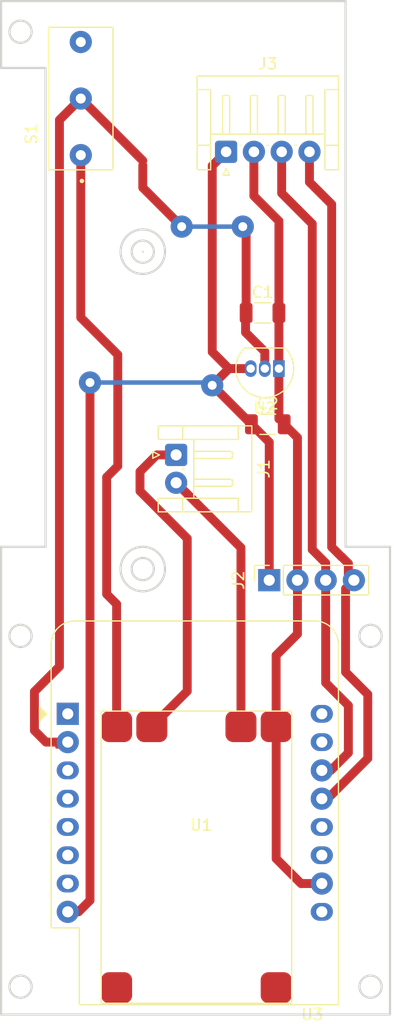
<source format=kicad_pcb>
(kicad_pcb (version 20211014) (generator pcbnew)
  (layers (0 "F.Cu" signal) (31 "B.Cu" signal) (34 "B.Paste" user) (35 "F.Paste" user) (36 "B.SilkS" user "B.Silkscreen") (37 "F.SilkS" user "F.Silkscreen") (38 "B.Mask" user) (39 "F.Mask" user) (44 "Edge.Cuts" user))
  (net 0 "")
  (net 1 "Net-(C1-Pad1)")
  (net 2 "GND")
  (net 3 "Net-(C2-Pad1)")
  (net 4 "Net-(J1-Pad1)")
  (net 5 "Net-(J1-Pad2)")
  (net 6 "Net-(J2-Pad3)")
  (net 7 "Net-(J2-Pad4)")
  (net 8 "Net-(S1-PadCOM)")
  (footprint "Capacitor_SMD:C_1206_3216Metric" (layer "F.Cu") (at 188.525 87)
    (fp_text reference "C1" (at 0 -1.85) (layer "F.SilkS"))
    (fp_text value "1 mF")
    (fp_line (start -0.711252 -0.91) (end 0.711252 -0.91) (layer "F.SilkS") (width 0.12))
    (fp_line (start -0.711252 0.91) (end 0.711252 0.91) (layer "F.SilkS") (width 0.12))
    (pad "1" smd roundrect (at -1.475 0) (size 1.15 1.8) (layers "F.Cu" "F.Paste" "F.Mask") (roundrect_rratio 0.217391) (net 1 "Net-(C1-Pad1)"))
    (pad "2" smd roundrect (at 1.475 0) (size 1.15 1.8) (layers "F.Cu" "F.Paste" "F.Mask") (roundrect_rratio 0.217391) (net 2 "GND"))
  )
  (footprint "Cust Battery Management:TP4065_ChargeModule" (layer "F.Cu") (at 174 122.75)
    (fp_text reference "U1" (at 9 10.25 unlocked) (layer "F.SilkS"))
    (fp_text value "TP4065_ChargeModule")
    (fp_rect (start 0 0) (end 17.15 26.24) (layer "F.SilkS") (width 0.12) (fill none))
    (pad "1" smd roundrect locked (at 1.395 24.845) (size 2.79 2.79) (layers "F.Cu" "F.Paste" "F.Mask"))
    (pad "2" smd roundrect locked (at 15.755 24.845) (size 2.79 2.79) (layers "F.Cu" "F.Paste" "F.Mask"))
    (pad "3" smd roundrect locked (at 1.395 1.395) (size 2.79 2.79) (layers "F.Cu" "F.Paste" "F.Mask") (net 8 "Net-(S1-PadCOM)"))
    (pad "4" smd roundrect locked (at 4.565 1.395) (size 2.79 2.79) (layers "F.Cu" "F.Paste" "F.Mask") (net 4 "Net-(J1-Pad1)"))
    (pad "5" smd roundrect locked (at 12.585 1.395) (size 2.79 2.79) (layers "F.Cu" "F.Paste" "F.Mask") (net 5 "Net-(J1-Pad2)"))
    (pad "6" smd roundrect locked (at 15.755 1.395) (size 2.79 2.79) (layers "F.Cu" "F.Paste" "F.Mask") (net 2 "GND"))
  )
  (footprint "Connector_JST:JST_EH_S4B-EH_1x04_P2.50mm_Horizontal" (layer "F.Cu") (at 185.25 72.5325)
    (fp_text reference "J3" (at 3.75 -7.9) (layer "F.SilkS"))
    (fp_text value "CG_Anem")
    (fp_line (start 1.17 -0.59) (end 1.33 -0.59) (layer "F.SilkS") (width 0.12))
    (fp_line (start 8.89 1.61) (end 8.89 -0.59) (layer "F.SilkS") (width 0.12))
    (fp_line (start -0.32 -1.59) (end -0.32 -5.01) (layer "F.SilkS") (width 0.12))
    (fp_line (start 7.18 -1.59) (end 7.18 -5.01) (layer "F.SilkS") (width 0.12))
    (fp_line (start -0.32 -5.01) (end 0 -5.09) (layer "F.SilkS") (width 0.12))
    (fp_line (start 0 -5.09) (end 0.32 -5.01) (layer "F.SilkS") (width 0.12))
    (fp_line (start 2.5 -1.59) (end 2.18 -1.59) (layer "F.SilkS") (width 0.12))
    (fp_line (start 5.32 -5.01) (end 5.32 -1.59) (layer "F.SilkS") (width 0.12))
    (fp_line (start 5 -1.59) (end 4.68 -1.59) (layer "F.SilkS") (width 0.12))
    (fp_line (start 0 1.5) (end -0.3 2.1) (layer "F.SilkS") (width 0.12))
    (fp_line (start 5 -5.09) (end 5.32 -5.01) (layer "F.SilkS") (width 0.12))
    (fp_line (start 6.17 -0.59) (end 6.33 -0.59) (layer "F.SilkS") (width 0.12))
    (fp_line (start -2.61 -6.81) (end 10.11 -6.81) (layer "F.SilkS") (width 0.12))
    (fp_line (start -0.3 2.1) (end 0.3 2.1) (layer "F.SilkS") (width 0.12))
    (fp_line (start 0 -1.59) (end -0.32 -1.59) (layer "F.SilkS") (width 0.12))
    (fp_line (start 10.11 -5.59) (end 8.89 -5.59) (layer "F.SilkS") (width 0.12))
    (fp_line (start 8.89 -0.59) (end 10.11 -0.59) (layer "F.SilkS") (width 0.12))
    (fp_line (start 7.5 -5.09) (end 7.82 -5.01) (layer "F.SilkS") (width 0.12))
    (fp_line (start -1.39 -0.59) (end -2.61 -0.59) (layer "F.SilkS") (width 0.12))
    (fp_line (start 8.89 -5.59) (end 8.89 -0.59) (layer "F.SilkS") (width 0.12))
    (fp_line (start 4.68 -1.59) (end 4.68 -5.01) (layer "F.SilkS") (width 0.12))
    (fp_line (start -1.39 1.61) (end -2.61 1.61) (layer "F.SilkS") (width 0.12))
    (fp_line (start -2.61 1.61) (end -2.61 -6.81) (layer "F.SilkS") (width 0.12))
    (fp_line (start 0.32 -1.59) (end 0 -1.59) (layer "F.SilkS") (width 0.12))
    (fp_line (start 10.11 1.61) (end 8.89 1.61) (layer "F.SilkS") (width 0.12))
    (fp_line (start 3.67 -0.59) (end 3.83 -0.59) (layer "F.SilkS") (width 0.12))
    (fp_line (start 10.11 -6.81) (end 10.11 1.61) (layer "F.SilkS") (width 0.12))
    (fp_line (start -1.39 -0.59) (end -1.39 1.61) (layer "F.SilkS") (width 0.12))
    (fp_line (start 2.5 -5.09) (end 2.82 -5.01) (layer "F.SilkS") (width 0.12))
    (fp_line (start -2.61 -5.59) (end -1.39 -5.59) (layer "F.SilkS") (width 0.12))
    (fp_line (start 2.18 -5.01) (end 2.5 -5.09) (layer "F.SilkS") (width 0.12))
    (fp_line (start 4.68 -5.01) (end 5 -5.09) (layer "F.SilkS") (width 0.12))
    (fp_line (start 2.18 -1.59) (end 2.18 -5.01) (layer "F.SilkS") (width 0.12))
    (fp_line (start 5.32 -1.59) (end 5 -1.59) (layer "F.SilkS") (width 0.12))
    (fp_line (start 0.3 2.1) (end 0 1.5) (layer "F.SilkS") (width 0.12))
    (fp_line (start 7.82 -5.01) (end 7.82 -1.59) (layer "F.SilkS") (width 0.12))
    (fp_line (start 7.5 -1.59) (end 7.18 -1.59) (layer "F.SilkS") (width 0.12))
    (fp_line (start -1.39 -1.59) (end 8.89 -1.59) (layer "F.SilkS") (width 0.12))
    (fp_line (start 7.18 -5.01) (end 7.5 -5.09) (layer "F.SilkS") (width 0.12))
    (fp_line (start 2.82 -1.59) (end 2.5 -1.59) (layer "F.SilkS") (width 0.12))
    (fp_line (start 2.82 -5.01) (end 2.82 -1.59) (layer "F.SilkS") (width 0.12))
    (fp_line (start -1.39 -5.59) (end -1.39 -0.59) (layer "F.SilkS") (width 0.12))
    (fp_line (start 0.32 -5.01) (end 0.32 -1.59) (layer "F.SilkS") (width 0.12))
    (fp_line (start 7.82 -1.59) (end 7.5 -1.59) (layer "F.SilkS") (width 0.12))
    (pad "1" thru_hole roundrect (at 0 0) (size 2 2) (drill 0.95) (layers *.Cu *.Mask) (roundrect_rratio 0.147059) (net 3 "Net-(C2-Pad1)"))
    (pad "2" thru_hole oval (at 2.5 0) (size 2 2) (drill 0.95) (layers *.Cu *.Mask) (net 2 "GND"))
    (pad "3" thru_hole oval (at 5 0) (size 2 2) (drill 0.95) (layers *.Cu *.Mask) (net 6 "Net-(J2-Pad3)"))
    (pad "4" thru_hole oval (at 7.5 0) (size 2 2) (drill 0.95) (layers *.Cu *.Mask) (net 7 "Net-(J2-Pad4)"))
  )
  (footprint "Package_TO_SOT_THT:TO-92_Inline" (layer "F.Cu") (at 190 92 180)
    (fp_text reference "U2" (at 1.27 -3.56) (layer "F.SilkS"))
    (fp_text value "MCP1700x-330xxTO")
    (fp_line (start -0.53 1.85) (end 3.07 1.85) (layer "F.SilkS") (width 0.12))
    (fp_arc (start 1.27 -2.6) (mid 3.672087 -0.994977) (end 3.108478 1.838478) (layer "F.SilkS") (width 0.12))
    (fp_arc (start -0.568478 1.838478) (mid -1.132087 -0.994977) (end 1.27 -2.6) (layer "F.SilkS") (width 0.12))
    (pad "1" thru_hole rect (at 0 0 180) (size 1.05 1.5) (drill 0.75) (layers *.Cu *.Mask) (net 2 "GND"))
    (pad "2" thru_hole oval (at 1.27 0 180) (size 1.05 1.5) (drill 0.75) (layers *.Cu *.Mask) (net 1 "Net-(C1-Pad1)"))
    (pad "3" thru_hole oval (at 2.54 0 180) (size 1.05 1.5) (drill 0.75) (layers *.Cu *.Mask) (net 3 "Net-(C2-Pad1)"))
  )
  (footprint "Capacitor_SMD:C_1206_3216Metric" (layer "F.Cu") (at 189 97)
    (fp_text reference "C2" (at 0 -1.85) (layer "F.SilkS"))
    (fp_text value "1mF")
    (fp_line (start -0.711252 0.91) (end 0.711252 0.91) (layer "F.SilkS") (width 0.12))
    (fp_line (start -0.711252 -0.91) (end 0.711252 -0.91) (layer "F.SilkS") (width 0.12))
    (pad "1" smd roundrect (at -1.475 0) (size 1.15 1.8) (layers "F.Cu" "F.Paste" "F.Mask") (roundrect_rratio 0.217391) (net 3 "Net-(C2-Pad1)"))
    (pad "2" smd roundrect (at 1.475 0) (size 1.15 1.8) (layers "F.Cu" "F.Paste" "F.Mask") (roundrect_rratio 0.217391) (net 2 "GND"))
  )
  (footprint "Connector_PinSocket_2.54mm:PinSocket_1x04_P2.54mm_Vertical" (layer "F.Cu") (at 189.13 111 90)
    (fp_text reference "J2" (at 0 -2.77 90) (layer "F.SilkS"))
    (fp_text value "Screen")
    (fp_line (start 1.33 1.27) (end 1.33 8.95) (layer "F.SilkS") (width 0.12))
    (fp_line (start 1.33 -1.33) (end 1.33 0) (layer "F.SilkS") (width 0.12))
    (fp_line (start -1.33 1.27) (end -1.33 8.95) (layer "F.SilkS") (width 0.12))
    (fp_line (start -1.33 8.95) (end 1.33 8.95) (layer "F.SilkS") (width 0.12))
    (fp_line (start -1.33 1.27) (end 1.33 1.27) (layer "F.SilkS") (width 0.12))
    (fp_line (start 0 -1.33) (end 1.33 -1.33) (layer "F.SilkS") (width 0.12))
    (pad "1" thru_hole rect locked (at 0 0 90) (size 2 2) (drill 1) (layers *.Cu *.Mask) (net 3 "Net-(C2-Pad1)"))
    (pad "2" thru_hole oval locked (at 0 2.54 90) (size 2 2) (drill 1) (layers *.Cu *.Mask) (net 2 "GND"))
    (pad "3" thru_hole oval locked (at 0 5.08 90) (size 2 2) (drill 1) (layers *.Cu *.Mask) (net 6 "Net-(J2-Pad3)"))
    (pad "4" thru_hole oval locked (at 0 7.62 90) (size 2 2) (drill 1) (layers *.Cu *.Mask) (net 7 "Net-(J2-Pad4)"))
  )
  (footprint "Connector_JST:JST_EH_S2B-EH_1x02_P2.50mm_Horizontal" (layer "F.Cu") (at 180.75 99.75 -90)
    (fp_text reference "J1" (at 1.25 -7.9 90) (layer "F.SilkS"))
    (fp_text value "Battery")
    (fp_line (start 2.18 -5.01) (end 2.5 -5.09) (layer "F.SilkS") (width 0.12))
    (fp_line (start 3.89 1.61) (end 3.89 -0.59) (layer "F.SilkS") (width 0.12))
    (fp_line (start -2.61 -6.81) (end 5.11 -6.81) (layer "F.SilkS") (width 0.12))
    (fp_line (start 0 -5.09) (end 0.32 -5.01) (layer "F.SilkS") (width 0.12))
    (fp_line (start 2.82 -1.59) (end 2.5 -1.59) (layer "F.SilkS") (width 0.12))
    (fp_line (start 3.89 -5.59) (end 3.89 -0.59) (layer "F.SilkS") (width 0.12))
    (fp_line (start -0.3 2.1) (end 0.3 2.1) (layer "F.SilkS") (width 0.12))
    (fp_line (start 2.5 -1.59) (end 2.18 -1.59) (layer "F.SilkS") (width 0.12))
    (fp_line (start 3.89 -0.59) (end 5.11 -0.59) (layer "F.SilkS") (width 0.12))
    (fp_line (start -2.61 -5.59) (end -1.39 -5.59) (layer "F.SilkS") (width 0.12))
    (fp_line (start -1.39 -1.59) (end 3.89 -1.59) (layer "F.SilkS") (width 0.12))
    (fp_line (start 0.3 2.1) (end 0 1.5) (layer "F.SilkS") (width 0.12))
    (fp_line (start 2.5 -5.09) (end 2.82 -5.01) (layer "F.SilkS") (width 0.12))
    (fp_line (start 5.11 -6.81) (end 5.11 1.61) (layer "F.SilkS") (width 0.12))
    (fp_line (start -0.32 -5.01) (end 0 -5.09) (layer "F.SilkS") (width 0.12))
    (fp_line (start 5.11 1.61) (end 3.89 1.61) (layer "F.SilkS") (width 0.12))
    (fp_line (start -1.39 -5.59) (end -1.39 -0.59) (layer "F.SilkS") (width 0.12))
    (fp_line (start -1.39 -0.59) (end -2.61 -0.59) (layer "F.SilkS") (width 0.12))
    (fp_line (start 0.32 -5.01) (end 0.32 -1.59) (layer "F.SilkS") (width 0.12))
    (fp_line (start 0 1.5) (end -0.3 2.1) (layer "F.SilkS") (width 0.12))
    (fp_line (start 2.82 -5.01) (end 2.82 -1.59) (layer "F.SilkS") (width 0.12))
    (fp_line (start 0 -1.59) (end -0.32 -1.59) (layer "F.SilkS") (width 0.12))
    (fp_line (start -0.32 -1.59) (end -0.32 -5.01) (layer "F.SilkS") (width 0.12))
    (fp_line (start 1.17 -0.59) (end 1.33 -0.59) (layer "F.SilkS") (width 0.12))
    (fp_line (start 2.18 -1.59) (end 2.18 -5.01) (layer "F.SilkS") (width 0.12))
    (fp_line (start -1.39 1.61) (end -2.61 1.61) (layer "F.SilkS") (width 0.12))
    (fp_line (start 5.11 -5.59) (end 3.89 -5.59) (layer "F.SilkS") (width 0.12))
    (fp_line (start -1.39 -0.59) (end -1.39 1.61) (layer "F.SilkS") (width 0.12))
    (fp_line (start -2.61 1.61) (end -2.61 -6.81) (layer "F.SilkS") (width 0.12))
    (fp_line (start 0.32 -1.59) (end 0 -1.59) (layer "F.SilkS") (width 0.12))
    (pad "1" thru_hole roundrect (at 0 0 270) (size 2 2) (drill 1) (layers *.Cu *.Mask) (roundrect_rratio 0.147059) (net 4 "Net-(J1-Pad1)"))
    (pad "2" thru_hole oval (at 2.5 0 270) (size 2 2) (drill 1) (layers *.Cu *.Mask) (net 5 "Net-(J1-Pad2)"))
  )
  (footprint "Module:WEMOS_D1_mini_light" (layer "F.Cu") (at 171 123)
    (fp_text reference "U3" (at 22 27) (layer "F.SilkS"))
    (fp_text value "WeMos_D1_mini")
    (fp_line (start -1.5 19.22) (end -1.5 -6.21) (layer "F.SilkS") (width 0.12))
    (fp_line (start 24.36 26.12) (end 24.36 -6.21) (layer "F.SilkS") (width 0.12))
    (fp_line (start -1.5 19.22) (end 1.04 19.22) (layer "F.SilkS") (width 0.12))
    (fp_line (start 22.24 -8.34) (end 0.63 -8.34) (layer "F.SilkS") (width 0.12))
    (fp_line (start 1.04 26.12) (end 24.36 26.12) (layer "F.SilkS") (width 0.12))
    (fp_line (start 1.04 19.22) (end 1.04 26.12) (layer "F.SilkS") (width 0.12))
    (fp_arc (start -1.5 -6.21) (mid -0.876137 -7.716137) (end 0.63 -8.34) (layer "F.SilkS") (width 0.12))
    (fp_arc (start 22.23 -8.34) (mid 23.736137 -7.716137) (end 24.36 -6.21) (layer "F.SilkS") (width 0.12))
    (fp_poly (pts (xy -2.54 -0.635) (xy -2.54 0.635) (xy -1.905 0)) (layer "F.SilkS") (width 0.15) (fill solid))
    (pad "1" thru_hole rect locked (at 0 0) (size 2 2) (drill 1) (layers *.Cu *.Mask))
    (pad "2" thru_hole oval locked (at 0 2.54) (size 2 2) (drill 1) (layers *.Cu *.Mask) (net 1 "Net-(C1-Pad1)"))
    (pad "3" thru_hole oval locked (at 0 5.08) (size 2 1.6) (drill 1) (layers *.Cu *.Mask))
    (pad "4" thru_hole oval locked (at 0 7.62) (size 2 1.6) (drill 1) (layers *.Cu *.Mask))
    (pad "5" thru_hole oval locked (at 0 10.16) (size 2 1.6) (drill 1) (layers *.Cu *.Mask))
    (pad "6" thru_hole oval locked (at 0 12.7) (size 2 1.6) (drill 1) (layers *.Cu *.Mask))
    (pad "7" thru_hole oval locked (at 0 15.24) (size 2 1.6) (drill 1) (layers *.Cu *.Mask))
    (pad "8" thru_hole oval locked (at 0 17.78) (size 2 2) (drill 1) (layers *.Cu *.Mask) (net 3 "Net-(C2-Pad1)"))
    (pad "9" thru_hole oval locked (at 22.86 17.78) (size 2 1.6) (drill 1) (layers *.Cu *.Mask))
    (pad "10" thru_hole oval locked (at 22.86 15.24) (size 2 2) (drill 1) (layers *.Cu *.Mask) (net 2 "GND"))
    (pad "11" thru_hole oval locked (at 22.86 12.7) (size 2 1.6) (drill 1) (layers *.Cu *.Mask))
    (pad "12" thru_hole oval locked (at 22.86 10.16) (size 2 1.6) (drill 1) (layers *.Cu *.Mask))
    (pad "13" thru_hole oval locked (at 22.86 7.62) (size 2 2) (drill 1) (layers *.Cu *.Mask) (net 7 "Net-(J2-Pad4)"))
    (pad "14" thru_hole oval locked (at 22.86 5.08) (size 2 2) (drill 1) (layers *.Cu *.Mask) (net 6 "Net-(J2-Pad3)"))
    (pad "15" thru_hole oval locked (at 22.86 2.54) (size 2 1.6) (drill 1) (layers *.Cu *.Mask))
    (pad "16" thru_hole oval locked (at 22.86 0) (size 2 1.6) (drill 1) (layers *.Cu *.Mask))
  )
  (footprint "Cust Buttons:SW_D2F-FL" (layer "F.Cu") (at 172.17 67.75 90)
    (fp_text reference "S1" (at -3.175 -4.445 90) (layer "F.SilkS"))
    (fp_text value "D2F-FL")
    (fp_line (start -6.4 -2.9) (end 6.4 -2.9) (layer "F.SilkS") (width 0.127))
    (fp_line (start 6.4 -2.9) (end 6.4 2.9) (layer "F.SilkS") (width 0.127))
    (fp_line (start 6.4 2.9) (end -6.4 2.9) (layer "F.SilkS") (width 0.127))
    (fp_line (start -6.4 2.9) (end -6.4 -2.9) (layer "F.SilkS") (width 0.127))
    (fp_circle (center -7.4 0.1) (end -7.3 0.1) (layer "F.SilkS") (width 0.2) (fill none))
    (pad "COM" thru_hole circle locked (at -5.08 0 90) (size 2 2) (drill 0.9) (layers *.Cu *.Mask) (net 8 "Net-(S1-PadCOM)"))
    (pad "NC" thru_hole circle locked (at 5.08 0 90) (size 2 2) (drill 0.9) (layers *.Cu *.Mask))
    (pad "NO" thru_hole circle locked (at 0 0 90) (size 2 2) (drill 0.9) (layers *.Cu *.Mask) (net 1 "Net-(C1-Pad1)"))
  )
  (gr_line locked (start 200 150) (end 200 108) (layer "Edge.Cuts") (width 0.2))
  (gr_line locked (start 165 108) (end 165 150) (layer "Edge.Cuts") (width 0.2))
  (gr_circle locked (center 177.75 81.5) (end 178.75 81.5) (layer "Edge.Cuts") (width 0.2) (fill none))
  (gr_circle locked (center 166.75 116) (end 167.75 116) (layer "Edge.Cuts") (width 0.2) (fill none))
  (gr_line locked (start 165 59) (end 165 65) (layer "Edge.Cuts") (width 0.2))
  (gr_line locked (start 196 59) (end 165 59) (layer "Edge.Cuts") (width 0.2))
  (gr_line (start 200 108) (end 196 108) (layer "Edge.Cuts") (width 0.2))
  (gr_line locked (start 165 150) (end 200 150) (layer "Edge.Cuts") (width 0.2))
  (gr_line locked (start 169 108) (end 165 108) (layer "Edge.Cuts") (width 0.2))
  (gr_circle locked (center 198.25 116) (end 199.25 116) (layer "Edge.Cuts") (width 0.2) (fill none))
  (gr_circle locked (center 177.75 81.5) (end 179.75 81.5) (layer "Edge.Cuts") (width 0.2) (fill none))
  (gr_circle locked (center 166.75 147.5) (end 167.75 147.5) (layer "Edge.Cuts") (width 0.2) (fill none))
  (gr_circle locked (center 198.25 147.5) (end 199.25 147.5) (layer "Edge.Cuts") (width 0.2) (fill none))
  (gr_circle (center 177.75 81.5) (end 177.75 81.5) (layer "Edge.Cuts") (width 0.1) (fill none))
  (gr_line locked (start 169 65) (end 169 108) (layer "Edge.Cuts") (width 0.2))
  (gr_circle locked (center 166.75 61.75) (end 167.75 61.75) (layer "Edge.Cuts") (width 0.2) (fill none))
  (gr_circle locked (center 177.75 110) (end 178.75 110) (layer "Edge.Cuts") (width 0.2) (fill none))
  (gr_circle locked (center 177.75 110) (end 179.75 110) (layer "Edge.Cuts") (width 0.2) (fill none))
  (gr_line locked (start 196 108) (end 196 59) (layer "Edge.Cuts") (width 0.2))
  (gr_line locked (start 165 65) (end 169 65) (layer "Edge.Cuts") (width 0.2))
  (segment (start 170.25 118.75) (end 168 121) (width 0.8) (layer "F.Cu") (net 1))
  (segment (start 177.75 75.75) (end 181.25 79.25) (width 0.8) (layer "F.Cu") (net 1))
  (segment (start 188.73 92) (end 188.73 90.48) (width 0.8) (layer "F.Cu") (net 1))
  (segment (start 168 124.5) (end 169.04 125.54) (width 0.8) (layer "F.Cu") (net 1))
  (segment (start 169.04 125.54) (end 171 125.54) (width 0.8) (layer "F.Cu") (net 1))
  (segment (start 170 126) (end 170.54 126) (width 0.25) (layer "F.Cu") (net 1))
  (segment (start 177.75 73.33) (end 177.75 73.75) (width 0.4) (layer "F.Cu") (net 1))
  (segment (start 186.75 79.25) (end 187.05 79.55) (width 0.4) (layer "F.Cu") (net 1))
  (segment (start 170.25 69.67) (end 170.25 118.75) (width 0.8) (layer "F.Cu") (net 1))
  (segment (start 172.17 67.75) (end 177.75 73.33) (width 0.8) (layer "F.Cu") (net 1))
  (segment (start 187.05 79.55) (end 187.05 87) (width 0.8) (layer "F.Cu") (net 1))
  (segment (start 177.75 73.75) (end 177.75 75.75) (width 0.8) (layer "F.Cu") (net 1))
  (segment (start 168 121) (end 168 124.5) (width 0.8) (layer "F.Cu") (net 1))
  (segment (start 188.73 90.48) (end 187 88.75) (width 0.8) (layer "F.Cu") (net 1))
  (segment (start 172.17 67.75) (end 170.25 69.67) (width 0.8) (layer "F.Cu") (net 1))
  (segment (start 187 87.05) (end 187.05 87) (width 0.4) (layer "F.Cu") (net 1))
  (segment (start 187 88.75) (end 187 87.05) (width 0.8) (layer "F.Cu") (net 1))
  (segment (start 170.54 126) (end 171 125.54) (width 0.25) (layer "F.Cu") (net 1))
  (via (at 181.25 79.25) (size 2) (drill 0.8) (layers "F.Cu" "B.Cu") (net 1))
  (via (at 186.75 79.25) (size 2) (drill 0.8) (layers "F.Cu" "B.Cu") (net 1))
  (segment (start 181.25 79.25) (end 186.75 79.25) (width 0.4) (layer "B.Cu") (net 1))
  (segment (start 187 79.5) (end 186.75 79.25) (width 0.4) (layer "B.Cu") (net 1))
  (segment (start 191.67 115.83) (end 191.67 111) (width 0.8) (layer "F.Cu") (net 2))
  (segment (start 189.755 136.005) (end 192 138.25) (width 0.8) (layer "F.Cu") (net 2))
  (segment (start 189.75 124.14) (end 189.75 117.75) (width 0.8) (layer "F.Cu") (net 2))
  (segment (start 190 96.525) (end 190 92) (width 0.8) (layer "F.Cu") (net 2))
  (segment (start 190.475 97) (end 190 96.525) (width 0.4) (layer "F.Cu") (net 2))
  (segment (start 187.75 76.5) (end 187.75 72.5325) (width 0.8) (layer "F.Cu") (net 2))
  (segment (start 192.01 138.24) (end 193.86 138.24) (width 0.8) (layer "F.Cu") (net 2))
  (segment (start 190 87) (end 190 78.75) (width 0.8) (layer "F.Cu") (net 2))
  (segment (start 190 92) (end 190 87) (width 0.8) (layer "F.Cu") (net 2))
  (segment (start 192 138.25) (end 192.01 138.24) (width 0.4) (layer "F.Cu") (net 2))
  (segment (start 189.75 117.75) (end 191.67 115.83) (width 0.8) (layer "F.Cu") (net 2))
  (segment (start 189.755 124.145) (end 189.755 136.005) (width 0.8) (layer "F.Cu") (net 2))
  (segment (start 189.755 124.145) (end 189.75 124.14) (width 0.4) (layer "F.Cu") (net 2))
  (segment (start 190 78.75) (end 187.75 76.5) (width 0.8) (layer "F.Cu") (net 2))
  (segment (start 191.67 98.195) (end 190.475 97) (width 0.8) (layer "F.Cu") (net 2))
  (segment (start 191.67 111) (end 191.67 98.195) (width 0.8) (layer "F.Cu") (net 2))
  (segment (start 173 139.75) (end 173 93.25) (width 0.8) (layer "F.Cu") (net 3))
  (segment (start 184 90.5) (end 185.5 92) (width 0.8) (layer "F.Cu") (net 3))
  (segment (start 187.525 97) (end 189.13 98.605) (width 0.8) (layer "F.Cu") (net 3))
  (segment (start 185.5 92) (end 187.46 92) (width 0.8) (layer "F.Cu") (net 3))
  (segment (start 185.25 72.5325) (end 184 73.7825) (width 0.8) (layer "F.Cu") (net 3))
  (segment (start 171 140.78) (end 171.97 140.78) (width 0.4) (layer "F.Cu") (net 3))
  (segment (start 171.97 140.78) (end 173 139.75) (width 0.8) (layer "F.Cu") (net 3))
  (segment (start 189.13 98.605) (end 189.13 111) (width 0.8) (layer "F.Cu") (net 3))
  (segment (start 184 93.5) (end 184.025 93.5) (width 0.4) (layer "F.Cu") (net 3))
  (segment (start 184 73.7825) (end 184 90.5) (width 0.8) (layer "F.Cu") (net 3))
  (segment (start 184.025 93.5) (end 187.525 97) (width 0.8) (layer "F.Cu") (net 3))
  (segment (start 184 93.5) (end 185.5 92) (width 0.8) (layer "F.Cu") (net 3))
  (via (at 184 93.5) (size 2) (drill 0.8) (layers "F.Cu" "B.Cu") (net 3))
  (via (at 173 93.25) (size 2) (drill 0.8) (layers "F.Cu" "B.Cu") (net 3))
  (segment (start 183.75 93.25) (end 184 93.5) (width 0.4) (layer "B.Cu") (net 3))
  (segment (start 173 93.25) (end 183.75 93.25) (width 0.4) (layer "B.Cu") (net 3))
  (segment (start 179 99.75) (end 177.5 101.25) (width 0.8) (layer "F.Cu") (net 4))
  (segment (start 180.75 99.75) (end 179 99.75) (width 0.8) (layer "F.Cu") (net 4))
  (segment (start 181.75 107.25) (end 181.75 120.96) (width 0.8) (layer "F.Cu") (net 4))
  (segment (start 181.75 120.96) (end 178.565 124.145) (width 0.8) (layer "F.Cu") (net 4))
  (segment (start 177.5 101.25) (end 177.5 103) (width 0.8) (layer "F.Cu") (net 4))
  (segment (start 177.5 103) (end 181.75 107.25) (width 0.8) (layer "F.Cu") (net 4))
  (segment (start 180.75 102.25) (end 186.585 108.085) (width 0.8) (layer "F.Cu") (net 5))
  (segment (start 186.585 108.085) (end 186.585 124.145) (width 0.8) (layer "F.Cu") (net 5))
  (segment (start 196.25 126.5) (end 196.25 122.25) (width 0.8) (layer "F.Cu") (net 6))
  (segment (start 196.25 122.25) (end 194.21 120.21) (width 0.8) (layer "F.Cu") (net 6))
  (segment (start 193.86 128.08) (end 194.67 128.08) (width 0.4) (layer "F.Cu") (net 6))
  (segment (start 193 108.25) (end 193 79) (width 0.8) (layer "F.Cu") (net 6))
  (segment (start 194.21 111) (end 194.21 109.46) (width 0.8) (layer "F.Cu") (net 6))
  (segment (start 194.67 128.08) (end 196.25 126.5) (width 0.8) (layer "F.Cu") (net 6))
  (segment (start 190.25 76.25) (end 190.25 72.5325) (width 0.8) (layer "F.Cu") (net 6))
  (segment (start 194.21 120.21) (end 194.21 111) (width 0.8) (layer "F.Cu") (net 6))
  (segment (start 193 79) (end 190.25 76.25) (width 0.8) (layer "F.Cu") (net 6))
  (segment (start 194.21 109.46) (end 193 108.25) (width 0.8) (layer "F.Cu") (net 6))
  (segment (start 196 119.25) (end 196 111.75) (width 0.8) (layer "F.Cu") (net 7))
  (segment (start 195.627208 108.9) (end 194.75 108.022792) (width 0.8) (layer "F.Cu") (net 7))
  (segment (start 194.75 77.25) (end 192.75 75.25) (width 0.8) (layer "F.Cu") (net 7))
  (segment (start 194.38 130.62) (end 198 127) (width 0.8) (layer "F.Cu") (net 7))
  (segment (start 196.25 109.5) (end 195.65 108.9) (width 0.8) (layer "F.Cu") (net 7))
  (segment (start 195.65 108.9) (end 195.627208 108.9) (width 0.8) (layer "F.Cu") (net 7))
  (segment (start 198 127) (end 198 121.25) (width 0.8) (layer "F.Cu") (net 7))
  (segment (start 193.86 130.62) (end 194.38 130.62) (width 0.4) (layer "F.Cu") (net 7))
  (segment (start 196.25 110.5) (end 196.25 109.5) (width 0.8) (layer "F.Cu") (net 7))
  (segment (start 196 111.75) (end 196.75 111) (width 0.4) (layer "F.Cu") (net 7))
  (segment (start 192.75 75.25) (end 192.75 72.5325) (width 0.8) (layer "F.Cu") (net 7))
  (segment (start 194.75 108.022792) (end 194.75 77.25) (width 0.8) (layer "F.Cu") (net 7))
  (segment (start 196.75 111) (end 196.25 110.5) (width 0.4) (layer "F.Cu") (net 7))
  (segment (start 198 121.25) (end 196 119.25) (width 0.8) (layer "F.Cu") (net 7))
  (segment (start 172.17 87.42) (end 172.17 72.83) (width 0.8) (layer "F.Cu") (net 8))
  (segment (start 174.5 112.25) (end 174.5 101.75) (width 0.8) (layer "F.Cu") (net 8))
  (segment (start 174.5 101.75) (end 175.5 100.75) (width 0.8) (layer "F.Cu") (net 8))
  (segment (start 175.395 124.145) (end 175.395 113.145) (width 0.8) (layer "F.Cu") (net 8))
  (segment (start 175.5 100.75) (end 175.5 90.75) (width 0.8) (layer "F.Cu") (net 8))
  (segment (start 175.395 113.145) (end 174.5 112.25) (width 0.8) (layer "F.Cu") (net 8))
  (segment (start 175.5 90.75) (end 172.17 87.42) (width 0.8) (layer "F.Cu") (net 8))
)
</source>
